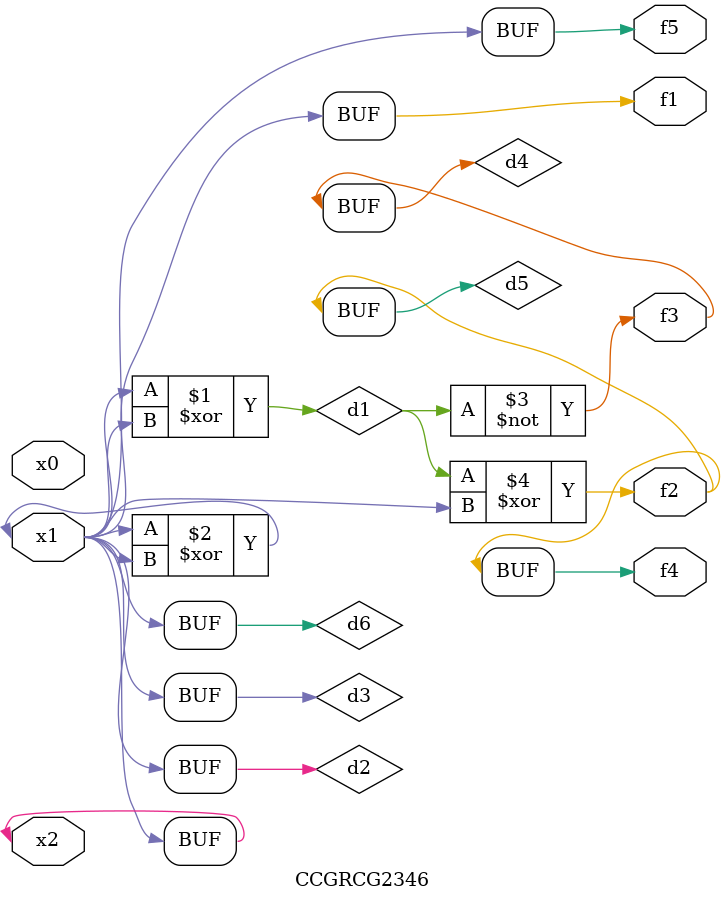
<source format=v>
module CCGRCG2346(
	input x0, x1, x2,
	output f1, f2, f3, f4, f5
);

	wire d1, d2, d3, d4, d5, d6;

	xor (d1, x1, x2);
	buf (d2, x1, x2);
	xor (d3, x1, x2);
	nor (d4, d1);
	xor (d5, d1, d2);
	buf (d6, d2, d3);
	assign f1 = d6;
	assign f2 = d5;
	assign f3 = d4;
	assign f4 = d5;
	assign f5 = d6;
endmodule

</source>
